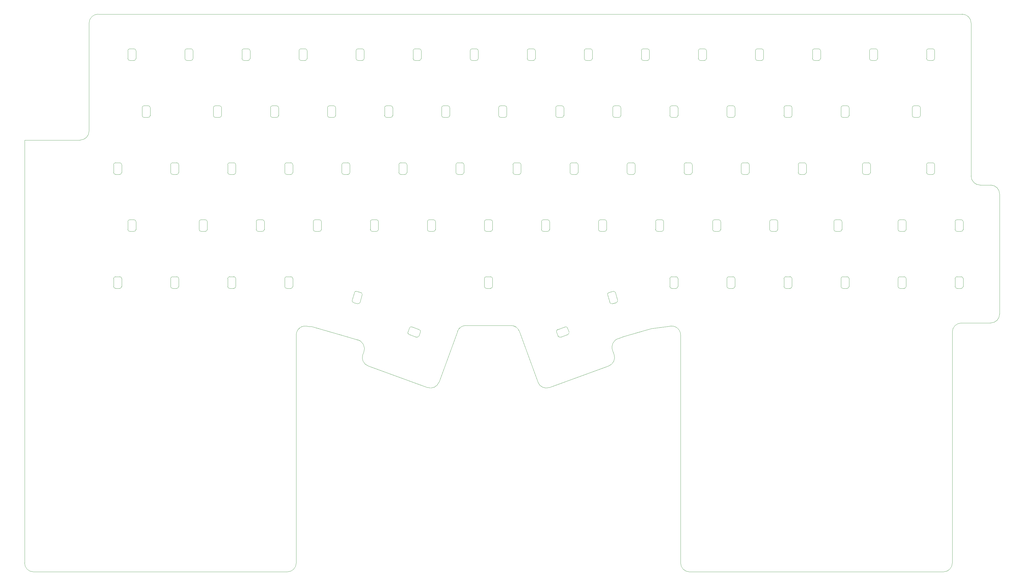
<source format=gm1>
G04 #@! TF.GenerationSoftware,KiCad,Pcbnew,(6.0.7-1)-1*
G04 #@! TF.CreationDate,2022-08-16T19:59:20+02:00*
G04 #@! TF.ProjectId,optical-keyboard-mx,6f707469-6361-46c2-9d6b-6579626f6172,rev?*
G04 #@! TF.SameCoordinates,Original*
G04 #@! TF.FileFunction,Profile,NP*
%FSLAX46Y46*%
G04 Gerber Fmt 4.6, Leading zero omitted, Abs format (unit mm)*
G04 Created by KiCad (PCBNEW (6.0.7-1)-1) date 2022-08-16 19:59:20*
%MOMM*%
%LPD*%
G01*
G04 APERTURE LIST*
G04 #@! TA.AperFunction,Profile*
%ADD10C,0.100000*%
G04 #@! TD*
G04 #@! TA.AperFunction,Profile*
%ADD11C,0.120000*%
G04 #@! TD*
G04 APERTURE END LIST*
D10*
X292250000Y-169500000D02*
X292250000Y-116500000D01*
X121282341Y-109215814D02*
X127438703Y-92301347D01*
X177796342Y-103826408D02*
X158062797Y-111008831D01*
X295250000Y-89500000D02*
G75*
G03*
X292250000Y-92500000I0J-3000000D01*
G01*
X201750000Y-169500000D02*
G75*
G03*
X204750000Y-172500000I3000000J0D01*
G01*
X177796325Y-103826361D02*
G75*
G03*
X179589359Y-99981269I-1026025J2819061D01*
G01*
X305000000Y-43500000D02*
X301500000Y-43500000D01*
X204750000Y-172500000D02*
X289250000Y-172500000D01*
X73750000Y-169500000D02*
X73750000Y-116500000D01*
X73750000Y-113500000D02*
X73750000Y-93500000D01*
X77576912Y-90616215D02*
G75*
G03*
X73750000Y-93500000I-826912J-2883785D01*
G01*
X73750000Y-116500000D02*
X73750000Y-113500000D01*
X1750000Y-28500000D02*
X-16750000Y-28500000D01*
X70750000Y-172500000D02*
G75*
G03*
X73750000Y-169500000I0J3000000D01*
G01*
X4750000Y10500000D02*
X4750000Y-25500000D01*
X78888913Y-90703839D02*
X77870000Y-90710000D01*
X289250000Y-172500000D02*
G75*
G03*
X292250000Y-169500000I0J3000000D01*
G01*
X298500000Y-40500000D02*
X298500000Y10500000D01*
X181068495Y-94661886D02*
X182821104Y-93977032D01*
X292250000Y-113500000D02*
X292250000Y-92500000D01*
X130257781Y-90327407D02*
X145242218Y-90327407D01*
X182821104Y-93977032D02*
X191953090Y-91358478D01*
X154217658Y-109215814D02*
X148061296Y-92301347D01*
X201750000Y-93500000D02*
G75*
G03*
X197923088Y-90616215I-3000000J0D01*
G01*
X-16750000Y-113500000D02*
X-16750000Y-116500000D01*
X181068507Y-94661927D02*
G75*
G03*
X179076329Y-98571731I826893J-2883773D01*
G01*
X201750000Y-116500000D02*
X201750000Y-113500000D01*
X130257781Y-90327385D02*
G75*
G03*
X127438703Y-92301347I19J-3000015D01*
G01*
X201750000Y-116500000D02*
X201750000Y-169500000D01*
X97703657Y-103826408D02*
X117437202Y-111008831D01*
X298500000Y10500000D02*
G75*
G03*
X295500000Y13500000I-3000000J0D01*
G01*
X96252651Y-99041574D02*
G75*
G03*
X94260494Y-95131732I-2819051J1026074D01*
G01*
X95910594Y-99981252D02*
G75*
G03*
X97703657Y-103826408I2819106J-1026048D01*
G01*
X292250000Y-116500000D02*
X292250000Y-113500000D01*
X7750000Y13500000D02*
G75*
G03*
X4750000Y10500000I0J-3000000D01*
G01*
X-13750000Y-172500000D02*
X70750000Y-172500000D01*
X-16750000Y-28500000D02*
X-16750000Y-113500000D01*
X154217641Y-109215820D02*
G75*
G03*
X158062797Y-111008831I2819059J1026020D01*
G01*
X78888913Y-90703839D02*
X90303895Y-93977032D01*
X305000000Y-89500000D02*
G75*
G03*
X308000000Y-86500000I0J3000000D01*
G01*
X117437209Y-111008812D02*
G75*
G03*
X121282341Y-109215814I1026091J2819012D01*
G01*
X77576912Y-90616215D02*
X77870000Y-90710000D01*
X-16750000Y-169500000D02*
G75*
G03*
X-13750000Y-172500000I3000001J1D01*
G01*
X295250000Y-89500000D02*
X305000000Y-89500000D01*
X308000000Y-46500000D02*
G75*
G03*
X305000000Y-43500000I-3000000J0D01*
G01*
X7750000Y13500000D02*
X295500000Y13500000D01*
X201750000Y-93500000D02*
X201750000Y-113500000D01*
X95910640Y-99981270D02*
X96252660Y-99041577D01*
X148061276Y-92301354D02*
G75*
G03*
X145242218Y-90327407I-2819076J-1026046D01*
G01*
X90303895Y-93977032D02*
X94260494Y-95131732D01*
X308000000Y-86500000D02*
X308000000Y-46500000D01*
X191953090Y-91358478D02*
X197923088Y-90616215D01*
X298500000Y-40500000D02*
G75*
G03*
X301500000Y-43500000I3000000J0D01*
G01*
X-16750000Y-116500000D02*
X-16750000Y-169500000D01*
X1750000Y-28500000D02*
G75*
G03*
X4750000Y-25500000I0J3000000D01*
G01*
X179589359Y-99981270D02*
X179076329Y-98571731D01*
D11*
X262275000Y-39300000D02*
X262275000Y-36700000D01*
X262925000Y-36050000D02*
X264325000Y-36050000D01*
X264975000Y-36700000D02*
X264975000Y-39300000D01*
X264325000Y-39950000D02*
X262925000Y-39950000D01*
X262275000Y-39300000D02*
G75*
G03*
X262925000Y-39950000I650001J1D01*
G01*
X264325000Y-39950000D02*
G75*
G03*
X264975000Y-39300000I0J650000D01*
G01*
X264975000Y-36700000D02*
G75*
G03*
X264325000Y-36050000I-650000J0D01*
G01*
X262925000Y-36050000D02*
G75*
G03*
X262275000Y-36700000I1J-650001D01*
G01*
X46800000Y-17050000D02*
X48200000Y-17050000D01*
X48850000Y-17700000D02*
X48850000Y-20300000D01*
X46150000Y-20300000D02*
X46150000Y-17700000D01*
X48200000Y-20950000D02*
X46800000Y-20950000D01*
X48200000Y-20950000D02*
G75*
G03*
X48850000Y-20300000I0J650000D01*
G01*
X46800000Y-17050000D02*
G75*
G03*
X46150000Y-17700000I1J-650001D01*
G01*
X46150000Y-20300000D02*
G75*
G03*
X46800000Y-20950000I650001J1D01*
G01*
X48850000Y-17700000D02*
G75*
G03*
X48200000Y-17050000I-650000J0D01*
G01*
X255150000Y-20300000D02*
X255150000Y-17700000D01*
X257850000Y-17700000D02*
X257850000Y-20300000D01*
X255800000Y-17050000D02*
X257200000Y-17050000D01*
X257200000Y-20950000D02*
X255800000Y-20950000D01*
X257850000Y-17700000D02*
G75*
G03*
X257200000Y-17050000I-650000J0D01*
G01*
X257200000Y-20950000D02*
G75*
G03*
X257850000Y-20300000I0J650000D01*
G01*
X255150000Y-20300000D02*
G75*
G03*
X255800000Y-20950000I650001J1D01*
G01*
X255800000Y-17050000D02*
G75*
G03*
X255150000Y-17700000I1J-650001D01*
G01*
X63100000Y-55700000D02*
X63100000Y-58300000D01*
X61050000Y-55050000D02*
X62450000Y-55050000D01*
X62450000Y-58950000D02*
X61050000Y-58950000D01*
X60400000Y-58300000D02*
X60400000Y-55700000D01*
X63100000Y-55700000D02*
G75*
G03*
X62450000Y-55050000I-650000J0D01*
G01*
X61050000Y-55050000D02*
G75*
G03*
X60400000Y-55700000I1J-650001D01*
G01*
X60400000Y-58300000D02*
G75*
G03*
X61050000Y-58950000I650001J1D01*
G01*
X62450000Y-58950000D02*
G75*
G03*
X63100000Y-58300000I0J650000D01*
G01*
X175050000Y-55050000D02*
X176450000Y-55050000D01*
X176450000Y-58950000D02*
X175050000Y-58950000D01*
X174400000Y-58300000D02*
X174400000Y-55700000D01*
X177100000Y-55700000D02*
X177100000Y-58300000D01*
X174400000Y-58300000D02*
G75*
G03*
X175050000Y-58950000I650001J1D01*
G01*
X177100000Y-55700000D02*
G75*
G03*
X176450000Y-55050000I-650000J0D01*
G01*
X176450000Y-58950000D02*
G75*
G03*
X177100000Y-58300000I0J650000D01*
G01*
X175050000Y-55050000D02*
G75*
G03*
X174400000Y-55700000I1J-650001D01*
G01*
X160150000Y-20300000D02*
X160150000Y-17700000D01*
X162200000Y-20950000D02*
X160800000Y-20950000D01*
X162850000Y-17700000D02*
X162850000Y-20300000D01*
X160800000Y-17050000D02*
X162200000Y-17050000D01*
X160150000Y-20300000D02*
G75*
G03*
X160800000Y-20950000I650001J1D01*
G01*
X162200000Y-20950000D02*
G75*
G03*
X162850000Y-20300000I0J650000D01*
G01*
X160800000Y-17050000D02*
G75*
G03*
X160150000Y-17700000I1J-650001D01*
G01*
X162850000Y-17700000D02*
G75*
G03*
X162200000Y-17050000I-650000J0D01*
G01*
X158100000Y-55700000D02*
X158100000Y-58300000D01*
X157450000Y-58950000D02*
X156050000Y-58950000D01*
X155400000Y-58300000D02*
X155400000Y-55700000D01*
X156050000Y-55050000D02*
X157450000Y-55050000D01*
X156050000Y-55050000D02*
G75*
G03*
X155400000Y-55700000I1J-650001D01*
G01*
X155400000Y-58300000D02*
G75*
G03*
X156050000Y-58950000I650001J1D01*
G01*
X158100000Y-55700000D02*
G75*
G03*
X157450000Y-55050000I-650000J0D01*
G01*
X157450000Y-58950000D02*
G75*
G03*
X158100000Y-58300000I0J650000D01*
G01*
X200200000Y-20950000D02*
X198800000Y-20950000D01*
X198150000Y-20300000D02*
X198150000Y-17700000D01*
X200850000Y-17700000D02*
X200850000Y-20300000D01*
X198800000Y-17050000D02*
X200200000Y-17050000D01*
X200850000Y-17700000D02*
G75*
G03*
X200200000Y-17050000I-650000J0D01*
G01*
X198150000Y-20300000D02*
G75*
G03*
X198800000Y-20950000I650001J1D01*
G01*
X198800000Y-17050000D02*
G75*
G03*
X198150000Y-17700000I1J-650001D01*
G01*
X200200000Y-20950000D02*
G75*
G03*
X200850000Y-20300000I0J650000D01*
G01*
X108550000Y-36050000D02*
X109950000Y-36050000D01*
X107900000Y-39300000D02*
X107900000Y-36700000D01*
X109950000Y-39950000D02*
X108550000Y-39950000D01*
X110600000Y-36700000D02*
X110600000Y-39300000D01*
X108550000Y-36050000D02*
G75*
G03*
X107900000Y-36700000I1J-650001D01*
G01*
X107900000Y-39300000D02*
G75*
G03*
X108550000Y-39950000I650001J1D01*
G01*
X109950000Y-39950000D02*
G75*
G03*
X110600000Y-39300000I0J650000D01*
G01*
X110600000Y-36700000D02*
G75*
G03*
X109950000Y-36050000I-650000J0D01*
G01*
X103800000Y-17050000D02*
X105200000Y-17050000D01*
X103150000Y-20300000D02*
X103150000Y-17700000D01*
X105200000Y-20950000D02*
X103800000Y-20950000D01*
X105850000Y-17700000D02*
X105850000Y-20300000D01*
X105200000Y-20950000D02*
G75*
G03*
X105850000Y-20300000I0J650000D01*
G01*
X103150000Y-20300000D02*
G75*
G03*
X103800000Y-20950000I650001J1D01*
G01*
X105850000Y-17700000D02*
G75*
G03*
X105200000Y-17050000I-650000J0D01*
G01*
X103800000Y-17050000D02*
G75*
G03*
X103150000Y-17700000I1J-650001D01*
G01*
X181850000Y-17700000D02*
X181850000Y-20300000D01*
X181200000Y-20950000D02*
X179800000Y-20950000D01*
X179150000Y-20300000D02*
X179150000Y-17700000D01*
X179800000Y-17050000D02*
X181200000Y-17050000D01*
X179800000Y-17050000D02*
G75*
G03*
X179150000Y-17700000I1J-650001D01*
G01*
X181200000Y-20950000D02*
G75*
G03*
X181850000Y-20300000I0J650000D01*
G01*
X181850000Y-17700000D02*
G75*
G03*
X181200000Y-17050000I-650000J0D01*
G01*
X179150000Y-20300000D02*
G75*
G03*
X179800000Y-20950000I650001J1D01*
G01*
X180039375Y-79378249D02*
X180756032Y-81877530D01*
X180310376Y-82681514D02*
X178964610Y-83067406D01*
X178160625Y-82621751D02*
X177443968Y-80122470D01*
X177889624Y-79318486D02*
X179235390Y-78932594D01*
X178160625Y-82621751D02*
G75*
G03*
X178964610Y-83067406I624821J179166D01*
G01*
X180039375Y-79378249D02*
G75*
G03*
X179235390Y-78932594I-624820J-179165D01*
G01*
X180310376Y-82681514D02*
G75*
G03*
X180756032Y-81877530I-179164J624820D01*
G01*
X177889624Y-79318486D02*
G75*
G03*
X177443968Y-80122470I179165J-624821D01*
G01*
X274150000Y-58300000D02*
X274150000Y-55700000D01*
X274800000Y-55050000D02*
X276200000Y-55050000D01*
X276200000Y-58950000D02*
X274800000Y-58950000D01*
X276850000Y-55700000D02*
X276850000Y-58300000D01*
X274800000Y-55050000D02*
G75*
G03*
X274150000Y-55700000I1J-650001D01*
G01*
X276850000Y-55700000D02*
G75*
G03*
X276200000Y-55050000I-650000J0D01*
G01*
X276200000Y-58950000D02*
G75*
G03*
X276850000Y-58300000I0J650000D01*
G01*
X274150000Y-58300000D02*
G75*
G03*
X274800000Y-58950000I650001J1D01*
G01*
X152700000Y-1950000D02*
X151300000Y-1950000D01*
X151300000Y1950000D02*
X152700000Y1950000D01*
X153350000Y1300000D02*
X153350000Y-1300000D01*
X150650000Y-1300000D02*
X150650000Y1300000D01*
X152700000Y-1950000D02*
G75*
G03*
X153350000Y-1300000I0J650000D01*
G01*
X153350000Y1300000D02*
G75*
G03*
X152700000Y1950000I-650000J0D01*
G01*
X150650000Y-1300000D02*
G75*
G03*
X151300000Y-1950000I650001J1D01*
G01*
X151300000Y1950000D02*
G75*
G03*
X150650000Y1300000I1J-650001D01*
G01*
X209700000Y-1950000D02*
X208300000Y-1950000D01*
X210350000Y1300000D02*
X210350000Y-1300000D01*
X207650000Y-1300000D02*
X207650000Y1300000D01*
X208300000Y1950000D02*
X209700000Y1950000D01*
X209700000Y-1950000D02*
G75*
G03*
X210350000Y-1300000I0J650000D01*
G01*
X208300000Y1950000D02*
G75*
G03*
X207650000Y1300000I1J-650001D01*
G01*
X207650000Y-1300000D02*
G75*
G03*
X208300000Y-1950000I650001J1D01*
G01*
X210350000Y1300000D02*
G75*
G03*
X209700000Y1950000I-650000J0D01*
G01*
X194050000Y-55050000D02*
X195450000Y-55050000D01*
X193400000Y-58300000D02*
X193400000Y-55700000D01*
X195450000Y-58950000D02*
X194050000Y-58950000D01*
X196100000Y-55700000D02*
X196100000Y-58300000D01*
X194050000Y-55050000D02*
G75*
G03*
X193400000Y-55700000I1J-650001D01*
G01*
X193400000Y-58300000D02*
G75*
G03*
X194050000Y-58950000I650001J1D01*
G01*
X196100000Y-55700000D02*
G75*
G03*
X195450000Y-55050000I-650000J0D01*
G01*
X195450000Y-58950000D02*
G75*
G03*
X196100000Y-58300000I0J650000D01*
G01*
X50900000Y-39300000D02*
X50900000Y-36700000D01*
X52950000Y-39950000D02*
X51550000Y-39950000D01*
X51550000Y-36050000D02*
X52950000Y-36050000D01*
X53600000Y-36700000D02*
X53600000Y-39300000D01*
X53600000Y-36700000D02*
G75*
G03*
X52950000Y-36050000I-650000J0D01*
G01*
X51550000Y-36050000D02*
G75*
G03*
X50900000Y-36700000I1J-650001D01*
G01*
X52950000Y-39950000D02*
G75*
G03*
X53600000Y-39300000I0J650000D01*
G01*
X50900000Y-39300000D02*
G75*
G03*
X51550000Y-39950000I650001J1D01*
G01*
X280950000Y-20950000D02*
X279550000Y-20950000D01*
X281600000Y-17700000D02*
X281600000Y-20300000D01*
X278900000Y-20300000D02*
X278900000Y-17700000D01*
X279550000Y-17050000D02*
X280950000Y-17050000D01*
X279550000Y-17050000D02*
G75*
G03*
X278900000Y-17700000I1J-650001D01*
G01*
X280950000Y-20950000D02*
G75*
G03*
X281600000Y-20300000I0J650000D01*
G01*
X281600000Y-17700000D02*
G75*
G03*
X280950000Y-17050000I-650000J0D01*
G01*
X278900000Y-20300000D02*
G75*
G03*
X279550000Y-20950000I650001J1D01*
G01*
X101100000Y-55700000D02*
X101100000Y-58300000D01*
X99050000Y-55050000D02*
X100450000Y-55050000D01*
X100450000Y-58950000D02*
X99050000Y-58950000D01*
X98400000Y-58300000D02*
X98400000Y-55700000D01*
X100450000Y-58950000D02*
G75*
G03*
X101100000Y-58300000I0J650000D01*
G01*
X101100000Y-55700000D02*
G75*
G03*
X100450000Y-55050000I-650000J0D01*
G01*
X99050000Y-55050000D02*
G75*
G03*
X98400000Y-55700000I1J-650001D01*
G01*
X98400000Y-58300000D02*
G75*
G03*
X99050000Y-58950000I650001J1D01*
G01*
X217150000Y-20300000D02*
X217150000Y-17700000D01*
X219850000Y-17700000D02*
X219850000Y-20300000D01*
X217800000Y-17050000D02*
X219200000Y-17050000D01*
X219200000Y-20950000D02*
X217800000Y-20950000D01*
X217150000Y-20300000D02*
G75*
G03*
X217800000Y-20950000I650001J1D01*
G01*
X219200000Y-20950000D02*
G75*
G03*
X219850000Y-20300000I0J650000D01*
G01*
X219850000Y-17700000D02*
G75*
G03*
X219200000Y-17050000I-650000J0D01*
G01*
X217800000Y-17050000D02*
G75*
G03*
X217150000Y-17700000I1J-650001D01*
G01*
X228700000Y-1950000D02*
X227300000Y-1950000D01*
X226650000Y-1300000D02*
X226650000Y1300000D01*
X229350000Y1300000D02*
X229350000Y-1300000D01*
X227300000Y1950000D02*
X228700000Y1950000D01*
X228700000Y-1950000D02*
G75*
G03*
X229350000Y-1300000I0J650000D01*
G01*
X227300000Y1950000D02*
G75*
G03*
X226650000Y1300000I1J-650001D01*
G01*
X229350000Y1300000D02*
G75*
G03*
X228700000Y1950000I-650000J0D01*
G01*
X226650000Y-1300000D02*
G75*
G03*
X227300000Y-1950000I650001J1D01*
G01*
X255150000Y-77300000D02*
X255150000Y-74700000D01*
X255800000Y-74050000D02*
X257200000Y-74050000D01*
X257850000Y-74700000D02*
X257850000Y-77300000D01*
X257200000Y-77950000D02*
X255800000Y-77950000D01*
X257200000Y-77950000D02*
G75*
G03*
X257850000Y-77300000I0J650000D01*
G01*
X255150000Y-77300000D02*
G75*
G03*
X255800000Y-77950000I650001J1D01*
G01*
X257850000Y-74700000D02*
G75*
G03*
X257200000Y-74050000I-650000J0D01*
G01*
X255800000Y-74050000D02*
G75*
G03*
X255150000Y-74700000I1J-650001D01*
G01*
X276200000Y-77950000D02*
X274800000Y-77950000D01*
X274800000Y-74050000D02*
X276200000Y-74050000D01*
X276850000Y-74700000D02*
X276850000Y-77300000D01*
X274150000Y-77300000D02*
X274150000Y-74700000D01*
X276850000Y-74700000D02*
G75*
G03*
X276200000Y-74050000I-650000J0D01*
G01*
X276200000Y-77950000D02*
G75*
G03*
X276850000Y-77300000I0J650000D01*
G01*
X274150000Y-77300000D02*
G75*
G03*
X274800000Y-77950000I650001J1D01*
G01*
X274800000Y-74050000D02*
G75*
G03*
X274150000Y-74700000I1J-650001D01*
G01*
X33950000Y-77950000D02*
X32550000Y-77950000D01*
X31900000Y-77300000D02*
X31900000Y-74700000D01*
X32550000Y-74050000D02*
X33950000Y-74050000D01*
X34600000Y-74700000D02*
X34600000Y-77300000D01*
X32550000Y-74050000D02*
G75*
G03*
X31900000Y-74700000I1J-650001D01*
G01*
X33950000Y-77950000D02*
G75*
G03*
X34600000Y-77300000I0J650000D01*
G01*
X34600000Y-74700000D02*
G75*
G03*
X33950000Y-74050000I-650000J0D01*
G01*
X31900000Y-77300000D02*
G75*
G03*
X32550000Y-77950000I650001J1D01*
G01*
X90950000Y-39950000D02*
X89550000Y-39950000D01*
X91600000Y-36700000D02*
X91600000Y-39300000D01*
X88900000Y-39300000D02*
X88900000Y-36700000D01*
X89550000Y-36050000D02*
X90950000Y-36050000D01*
X89550000Y-36050000D02*
G75*
G03*
X88900000Y-36700000I1J-650001D01*
G01*
X91600000Y-36700000D02*
G75*
G03*
X90950000Y-36050000I-650000J0D01*
G01*
X90950000Y-39950000D02*
G75*
G03*
X91600000Y-39300000I0J650000D01*
G01*
X88900000Y-39300000D02*
G75*
G03*
X89550000Y-39950000I650001J1D01*
G01*
X236150000Y-20300000D02*
X236150000Y-17700000D01*
X238850000Y-17700000D02*
X238850000Y-20300000D01*
X236800000Y-17050000D02*
X238200000Y-17050000D01*
X238200000Y-20950000D02*
X236800000Y-20950000D01*
X236800000Y-17050000D02*
G75*
G03*
X236150000Y-17700000I1J-650001D01*
G01*
X238850000Y-17700000D02*
G75*
G03*
X238200000Y-17050000I-650000J0D01*
G01*
X236150000Y-20300000D02*
G75*
G03*
X236800000Y-20950000I650001J1D01*
G01*
X238200000Y-20950000D02*
G75*
G03*
X238850000Y-20300000I0J650000D01*
G01*
X12900000Y-77300000D02*
X12900000Y-74700000D01*
X14950000Y-77950000D02*
X13550000Y-77950000D01*
X13550000Y-74050000D02*
X14950000Y-74050000D01*
X15600000Y-74700000D02*
X15600000Y-77300000D01*
X13550000Y-74050000D02*
G75*
G03*
X12900000Y-74700000I1J-650001D01*
G01*
X12900000Y-77300000D02*
G75*
G03*
X13550000Y-77950000I650001J1D01*
G01*
X14950000Y-77950000D02*
G75*
G03*
X15600000Y-77300000I0J650000D01*
G01*
X15600000Y-74700000D02*
G75*
G03*
X14950000Y-74050000I-650000J0D01*
G01*
X293800000Y-74050000D02*
X295200000Y-74050000D01*
X293150000Y-77300000D02*
X293150000Y-74700000D01*
X295850000Y-74700000D02*
X295850000Y-77300000D01*
X295200000Y-77950000D02*
X293800000Y-77950000D01*
X293150000Y-77300000D02*
G75*
G03*
X293800000Y-77950000I650001J1D01*
G01*
X295850000Y-74700000D02*
G75*
G03*
X295200000Y-74050000I-650000J0D01*
G01*
X293800000Y-74050000D02*
G75*
G03*
X293150000Y-74700000I1J-650001D01*
G01*
X295200000Y-77950000D02*
G75*
G03*
X295850000Y-77300000I0J650000D01*
G01*
X133700000Y-1950000D02*
X132300000Y-1950000D01*
X131650000Y-1300000D02*
X131650000Y1300000D01*
X132300000Y1950000D02*
X133700000Y1950000D01*
X134350000Y1300000D02*
X134350000Y-1300000D01*
X134350000Y1300000D02*
G75*
G03*
X133700000Y1950000I-650000J0D01*
G01*
X131650000Y-1300000D02*
G75*
G03*
X132300000Y-1950000I650001J1D01*
G01*
X133700000Y-1950000D02*
G75*
G03*
X134350000Y-1300000I0J650000D01*
G01*
X132300000Y1950000D02*
G75*
G03*
X131650000Y1300000I1J-650001D01*
G01*
X219200000Y-77950000D02*
X217800000Y-77950000D01*
X217150000Y-77300000D02*
X217150000Y-74700000D01*
X217800000Y-74050000D02*
X219200000Y-74050000D01*
X219850000Y-74700000D02*
X219850000Y-77300000D01*
X219200000Y-77950000D02*
G75*
G03*
X219850000Y-77300000I0J650000D01*
G01*
X217150000Y-77300000D02*
G75*
G03*
X217800000Y-77950000I650001J1D01*
G01*
X219850000Y-74700000D02*
G75*
G03*
X219200000Y-74050000I-650000J0D01*
G01*
X217800000Y-74050000D02*
G75*
G03*
X217150000Y-74700000I1J-650001D01*
G01*
X82100000Y-55700000D02*
X82100000Y-58300000D01*
X80050000Y-55050000D02*
X81450000Y-55050000D01*
X81450000Y-58950000D02*
X80050000Y-58950000D01*
X79400000Y-58300000D02*
X79400000Y-55700000D01*
X81450000Y-58950000D02*
G75*
G03*
X82100000Y-58300000I0J650000D01*
G01*
X82100000Y-55700000D02*
G75*
G03*
X81450000Y-55050000I-650000J0D01*
G01*
X79400000Y-58300000D02*
G75*
G03*
X80050000Y-58950000I650001J1D01*
G01*
X80050000Y-55050000D02*
G75*
G03*
X79400000Y-55700000I1J-650001D01*
G01*
X86200000Y-20950000D02*
X84800000Y-20950000D01*
X86850000Y-17700000D02*
X86850000Y-20300000D01*
X84150000Y-20300000D02*
X84150000Y-17700000D01*
X84800000Y-17050000D02*
X86200000Y-17050000D01*
X84800000Y-17050000D02*
G75*
G03*
X84150000Y-17700000I1J-650001D01*
G01*
X86200000Y-20950000D02*
G75*
G03*
X86850000Y-20300000I0J650000D01*
G01*
X86850000Y-17700000D02*
G75*
G03*
X86200000Y-17050000I-650000J0D01*
G01*
X84150000Y-20300000D02*
G75*
G03*
X84800000Y-20950000I650001J1D01*
G01*
X14950000Y-39950000D02*
X13550000Y-39950000D01*
X13550000Y-36050000D02*
X14950000Y-36050000D01*
X15600000Y-36700000D02*
X15600000Y-39300000D01*
X12900000Y-39300000D02*
X12900000Y-36700000D01*
X15600000Y-36700000D02*
G75*
G03*
X14950000Y-36050000I-650000J0D01*
G01*
X13550000Y-36050000D02*
G75*
G03*
X12900000Y-36700000I1J-650001D01*
G01*
X14950000Y-39950000D02*
G75*
G03*
X15600000Y-39300000I0J650000D01*
G01*
X12900000Y-39300000D02*
G75*
G03*
X13550000Y-39950000I650001J1D01*
G01*
X70550000Y-74050000D02*
X71950000Y-74050000D01*
X69900000Y-77300000D02*
X69900000Y-74700000D01*
X72600000Y-74700000D02*
X72600000Y-77300000D01*
X71950000Y-77950000D02*
X70550000Y-77950000D01*
X70550000Y-74050000D02*
G75*
G03*
X69900000Y-74700000I1J-650001D01*
G01*
X72600000Y-74700000D02*
G75*
G03*
X71950000Y-74050000I-650000J0D01*
G01*
X69900000Y-77300000D02*
G75*
G03*
X70550000Y-77950000I650001J1D01*
G01*
X71950000Y-77950000D02*
G75*
G03*
X72600000Y-77300000I0J650000D01*
G01*
X204950000Y-39950000D02*
X203550000Y-39950000D01*
X205600000Y-36700000D02*
X205600000Y-39300000D01*
X203550000Y-36050000D02*
X204950000Y-36050000D01*
X202900000Y-39300000D02*
X202900000Y-36700000D01*
X205600000Y-36700000D02*
G75*
G03*
X204950000Y-36050000I-650000J0D01*
G01*
X203550000Y-36050000D02*
G75*
G03*
X202900000Y-36700000I1J-650001D01*
G01*
X202900000Y-39300000D02*
G75*
G03*
X203550000Y-39950000I650001J1D01*
G01*
X204950000Y-39950000D02*
G75*
G03*
X205600000Y-39300000I0J650000D01*
G01*
X113300000Y1950000D02*
X114700000Y1950000D01*
X114700000Y-1950000D02*
X113300000Y-1950000D01*
X115350000Y1300000D02*
X115350000Y-1300000D01*
X112650000Y-1300000D02*
X112650000Y1300000D01*
X112650000Y-1300000D02*
G75*
G03*
X113300000Y-1950000I650001J1D01*
G01*
X114700000Y-1950000D02*
G75*
G03*
X115350000Y-1300000I0J650000D01*
G01*
X115350000Y1300000D02*
G75*
G03*
X114700000Y1950000I-650000J0D01*
G01*
X113300000Y1950000D02*
G75*
G03*
X112650000Y1300000I1J-650001D01*
G01*
X266700000Y-1950000D02*
X265300000Y-1950000D01*
X267350000Y1300000D02*
X267350000Y-1300000D01*
X264650000Y-1300000D02*
X264650000Y1300000D01*
X265300000Y1950000D02*
X266700000Y1950000D01*
X266700000Y-1950000D02*
G75*
G03*
X267350000Y-1300000I0J650000D01*
G01*
X265300000Y1950000D02*
G75*
G03*
X264650000Y1300000I1J-650001D01*
G01*
X267350000Y1300000D02*
G75*
G03*
X266700000Y1950000I-650000J0D01*
G01*
X264650000Y-1300000D02*
G75*
G03*
X265300000Y-1950000I650001J1D01*
G01*
X50900000Y-77300000D02*
X50900000Y-74700000D01*
X53600000Y-74700000D02*
X53600000Y-77300000D01*
X52950000Y-77950000D02*
X51550000Y-77950000D01*
X51550000Y-74050000D02*
X52950000Y-74050000D01*
X53600000Y-74700000D02*
G75*
G03*
X52950000Y-74050000I-650000J0D01*
G01*
X52950000Y-77950000D02*
G75*
G03*
X53600000Y-77300000I0J650000D01*
G01*
X51550000Y-74050000D02*
G75*
G03*
X50900000Y-74700000I1J-650001D01*
G01*
X50900000Y-77300000D02*
G75*
G03*
X51550000Y-77950000I650001J1D01*
G01*
X96350000Y1300000D02*
X96350000Y-1300000D01*
X94300000Y1950000D02*
X95700000Y1950000D01*
X95700000Y-1950000D02*
X94300000Y-1950000D01*
X93650000Y-1300000D02*
X93650000Y1300000D01*
X94300000Y1950000D02*
G75*
G03*
X93650000Y1300000I1J-650001D01*
G01*
X96350000Y1300000D02*
G75*
G03*
X95700000Y1950000I-650000J0D01*
G01*
X95700000Y-1950000D02*
G75*
G03*
X96350000Y-1300000I0J650000D01*
G01*
X93650000Y-1300000D02*
G75*
G03*
X94300000Y-1950000I650001J1D01*
G01*
X184550000Y-36050000D02*
X185950000Y-36050000D01*
X186600000Y-36700000D02*
X186600000Y-39300000D01*
X183900000Y-39300000D02*
X183900000Y-36700000D01*
X185950000Y-39950000D02*
X184550000Y-39950000D01*
X183900000Y-39300000D02*
G75*
G03*
X184550000Y-39950000I650001J1D01*
G01*
X186600000Y-36700000D02*
G75*
G03*
X185950000Y-36050000I-650000J0D01*
G01*
X184550000Y-36050000D02*
G75*
G03*
X183900000Y-36700000I1J-650001D01*
G01*
X185950000Y-39950000D02*
G75*
G03*
X186600000Y-39300000I0J650000D01*
G01*
X137050000Y-74050000D02*
X138450000Y-74050000D01*
X136400000Y-77300000D02*
X136400000Y-74700000D01*
X139100000Y-74700000D02*
X139100000Y-77300000D01*
X138450000Y-77950000D02*
X137050000Y-77950000D01*
X136400000Y-77300000D02*
G75*
G03*
X137050000Y-77950000I650001J1D01*
G01*
X137050000Y-74050000D02*
G75*
G03*
X136400000Y-74700000I1J-650001D01*
G01*
X139100000Y-74700000D02*
G75*
G03*
X138450000Y-74050000I-650000J0D01*
G01*
X138450000Y-77950000D02*
G75*
G03*
X139100000Y-77300000I0J650000D01*
G01*
X110928185Y-92490846D02*
X111407013Y-91175276D01*
X113759873Y-94213211D02*
X111316672Y-93323959D01*
X115071815Y-92509154D02*
X114592987Y-93824724D01*
X112240127Y-90786789D02*
X114683328Y-91676041D01*
X113759873Y-94213211D02*
G75*
G03*
X114592987Y-93824724I222313J610801D01*
G01*
X110928185Y-92490846D02*
G75*
G03*
X111316672Y-93323959I610800J-222313D01*
G01*
X112240127Y-90786788D02*
G75*
G03*
X111407013Y-91175276I-222313J-610801D01*
G01*
X115071815Y-92509154D02*
G75*
G03*
X114683328Y-91676041I-610800J222313D01*
G01*
X231400000Y-58300000D02*
X231400000Y-55700000D01*
X232050000Y-55050000D02*
X233450000Y-55050000D01*
X233450000Y-58950000D02*
X232050000Y-58950000D01*
X234100000Y-55700000D02*
X234100000Y-58300000D01*
X232050000Y-55050000D02*
G75*
G03*
X231400000Y-55700000I1J-650001D01*
G01*
X231400000Y-58300000D02*
G75*
G03*
X232050000Y-58950000I650001J1D01*
G01*
X233450000Y-58950000D02*
G75*
G03*
X234100000Y-58300000I0J650000D01*
G01*
X234100000Y-55700000D02*
G75*
G03*
X233450000Y-55050000I-650000J0D01*
G01*
X31900000Y-39300000D02*
X31900000Y-36700000D01*
X32550000Y-36050000D02*
X33950000Y-36050000D01*
X34600000Y-36700000D02*
X34600000Y-39300000D01*
X33950000Y-39950000D02*
X32550000Y-39950000D01*
X32550000Y-36050000D02*
G75*
G03*
X31900000Y-36700000I1J-650001D01*
G01*
X33950000Y-39950000D02*
G75*
G03*
X34600000Y-39300000I0J650000D01*
G01*
X31900000Y-39300000D02*
G75*
G03*
X32550000Y-39950000I650001J1D01*
G01*
X34600000Y-36700000D02*
G75*
G03*
X33950000Y-36050000I-650000J0D01*
G01*
X146550000Y-36050000D02*
X147950000Y-36050000D01*
X145900000Y-39300000D02*
X145900000Y-36700000D01*
X148600000Y-36700000D02*
X148600000Y-39300000D01*
X147950000Y-39950000D02*
X146550000Y-39950000D01*
X147950000Y-39950000D02*
G75*
G03*
X148600000Y-39300000I0J650000D01*
G01*
X148600000Y-36700000D02*
G75*
G03*
X147950000Y-36050000I-650000J0D01*
G01*
X146550000Y-36050000D02*
G75*
G03*
X145900000Y-36700000I1J-650001D01*
G01*
X145900000Y-39300000D02*
G75*
G03*
X146550000Y-39950000I650001J1D01*
G01*
X69900000Y-39300000D02*
X69900000Y-36700000D01*
X72600000Y-36700000D02*
X72600000Y-39300000D01*
X71950000Y-39950000D02*
X70550000Y-39950000D01*
X70550000Y-36050000D02*
X71950000Y-36050000D01*
X70550000Y-36050000D02*
G75*
G03*
X69900000Y-36700000I1J-650001D01*
G01*
X69900000Y-39300000D02*
G75*
G03*
X70550000Y-39950000I650001J1D01*
G01*
X71950000Y-39950000D02*
G75*
G03*
X72600000Y-39300000I0J650000D01*
G01*
X72600000Y-36700000D02*
G75*
G03*
X71950000Y-36050000I-650000J0D01*
G01*
X222550000Y-36050000D02*
X223950000Y-36050000D01*
X224600000Y-36700000D02*
X224600000Y-39300000D01*
X223950000Y-39950000D02*
X222550000Y-39950000D01*
X221900000Y-39300000D02*
X221900000Y-36700000D01*
X221900000Y-39300000D02*
G75*
G03*
X222550000Y-39950000I650001J1D01*
G01*
X222550000Y-36050000D02*
G75*
G03*
X221900000Y-36700000I1J-650001D01*
G01*
X223950000Y-39950000D02*
G75*
G03*
X224600000Y-39300000I0J650000D01*
G01*
X224600000Y-36700000D02*
G75*
G03*
X223950000Y-36050000I-650000J0D01*
G01*
X67850000Y-17700000D02*
X67850000Y-20300000D01*
X67200000Y-20950000D02*
X65800000Y-20950000D01*
X65150000Y-20300000D02*
X65150000Y-17700000D01*
X65800000Y-17050000D02*
X67200000Y-17050000D01*
X65800000Y-17050000D02*
G75*
G03*
X65150000Y-17700000I1J-650001D01*
G01*
X65150000Y-20300000D02*
G75*
G03*
X65800000Y-20950000I650001J1D01*
G01*
X67850000Y-17700000D02*
G75*
G03*
X67200000Y-17050000I-650000J0D01*
G01*
X67200000Y-20950000D02*
G75*
G03*
X67850000Y-20300000I0J650000D01*
G01*
X236800000Y-74050000D02*
X238200000Y-74050000D01*
X238850000Y-74700000D02*
X238850000Y-77300000D01*
X236150000Y-77300000D02*
X236150000Y-74700000D01*
X238200000Y-77950000D02*
X236800000Y-77950000D01*
X238200000Y-77950000D02*
G75*
G03*
X238850000Y-77300000I0J650000D01*
G01*
X236150000Y-77300000D02*
G75*
G03*
X236800000Y-77950000I650001J1D01*
G01*
X238850000Y-74700000D02*
G75*
G03*
X238200000Y-74050000I-650000J0D01*
G01*
X236800000Y-74050000D02*
G75*
G03*
X236150000Y-74700000I1J-650001D01*
G01*
X164900000Y-39300000D02*
X164900000Y-36700000D01*
X167600000Y-36700000D02*
X167600000Y-39300000D01*
X165550000Y-36050000D02*
X166950000Y-36050000D01*
X166950000Y-39950000D02*
X165550000Y-39950000D01*
X165550000Y-36050000D02*
G75*
G03*
X164900000Y-36700000I1J-650001D01*
G01*
X166950000Y-39950000D02*
G75*
G03*
X167600000Y-39300000I0J650000D01*
G01*
X164900000Y-39300000D02*
G75*
G03*
X165550000Y-39950000I650001J1D01*
G01*
X167600000Y-36700000D02*
G75*
G03*
X166950000Y-36050000I-650000J0D01*
G01*
X253425000Y-55050000D02*
X254825000Y-55050000D01*
X252775000Y-58300000D02*
X252775000Y-55700000D01*
X254825000Y-58950000D02*
X253425000Y-58950000D01*
X255475000Y-55700000D02*
X255475000Y-58300000D01*
X252775000Y-58300000D02*
G75*
G03*
X253425000Y-58950000I650001J1D01*
G01*
X254825000Y-58950000D02*
G75*
G03*
X255475000Y-58300000I0J650000D01*
G01*
X253425000Y-55050000D02*
G75*
G03*
X252775000Y-55700000I1J-650001D01*
G01*
X255475000Y-55700000D02*
G75*
G03*
X254825000Y-55050000I-650000J0D01*
G01*
X19700000Y-1950000D02*
X18300000Y-1950000D01*
X17650000Y-1300000D02*
X17650000Y1300000D01*
X18300000Y1950000D02*
X19700000Y1950000D01*
X20350000Y1300000D02*
X20350000Y-1300000D01*
X19700000Y-1950000D02*
G75*
G03*
X20350000Y-1300000I0J650000D01*
G01*
X18300000Y1950000D02*
G75*
G03*
X17650000Y1300000I1J-650001D01*
G01*
X20350000Y1300000D02*
G75*
G03*
X19700000Y1950000I-650000J0D01*
G01*
X17650000Y-1300000D02*
G75*
G03*
X18300000Y-1950000I650001J1D01*
G01*
X92368968Y-81877530D02*
X93085625Y-79378249D01*
X95681032Y-80122470D02*
X94964375Y-82621751D01*
X93889610Y-78932594D02*
X95235376Y-79318486D01*
X94160390Y-83067406D02*
X92814624Y-82681514D01*
X94160390Y-83067406D02*
G75*
G03*
X94964375Y-82621751I179165J624820D01*
G01*
X92368968Y-81877530D02*
G75*
G03*
X92814624Y-82681514I624821J-179163D01*
G01*
X95681032Y-80122470D02*
G75*
G03*
X95235376Y-79318486I-624820J179164D01*
G01*
X93889610Y-78932594D02*
G75*
G03*
X93085625Y-79378249I-179164J-624821D01*
G01*
X17650000Y-58300000D02*
X17650000Y-55700000D01*
X19700000Y-58950000D02*
X18300000Y-58950000D01*
X18300000Y-55050000D02*
X19700000Y-55050000D01*
X20350000Y-55700000D02*
X20350000Y-58300000D01*
X20350000Y-55700000D02*
G75*
G03*
X19700000Y-55050000I-650000J0D01*
G01*
X19700000Y-58950000D02*
G75*
G03*
X20350000Y-58300000I0J650000D01*
G01*
X17650000Y-58300000D02*
G75*
G03*
X18300000Y-58950000I650001J1D01*
G01*
X18300000Y-55050000D02*
G75*
G03*
X17650000Y-55700000I1J-650001D01*
G01*
X284300000Y-36050000D02*
X285700000Y-36050000D01*
X285700000Y-39950000D02*
X284300000Y-39950000D01*
X283650000Y-39300000D02*
X283650000Y-36700000D01*
X286350000Y-36700000D02*
X286350000Y-39300000D01*
X283650000Y-39300000D02*
G75*
G03*
X284300000Y-39950000I650001J1D01*
G01*
X285700000Y-39950000D02*
G75*
G03*
X286350000Y-39300000I0J650000D01*
G01*
X284300000Y-36050000D02*
G75*
G03*
X283650000Y-36700000I1J-650001D01*
G01*
X286350000Y-36700000D02*
G75*
G03*
X285700000Y-36050000I-650000J0D01*
G01*
X137050000Y-55050000D02*
X138450000Y-55050000D01*
X139100000Y-55700000D02*
X139100000Y-58300000D01*
X138450000Y-58950000D02*
X137050000Y-58950000D01*
X136400000Y-58300000D02*
X136400000Y-55700000D01*
X137050000Y-55050000D02*
G75*
G03*
X136400000Y-55700000I1J-650001D01*
G01*
X139100000Y-55700000D02*
G75*
G03*
X138450000Y-55050000I-650000J0D01*
G01*
X138450000Y-58950000D02*
G75*
G03*
X139100000Y-58300000I0J650000D01*
G01*
X136400000Y-58300000D02*
G75*
G03*
X137050000Y-58950000I650001J1D01*
G01*
X58350000Y1300000D02*
X58350000Y-1300000D01*
X56300000Y1950000D02*
X57700000Y1950000D01*
X55650000Y-1300000D02*
X55650000Y1300000D01*
X57700000Y-1950000D02*
X56300000Y-1950000D01*
X58350000Y1300000D02*
G75*
G03*
X57700000Y1950000I-650000J0D01*
G01*
X56300000Y1950000D02*
G75*
G03*
X55650000Y1300000I1J-650001D01*
G01*
X55650000Y-1300000D02*
G75*
G03*
X56300000Y-1950000I650001J1D01*
G01*
X57700000Y-1950000D02*
G75*
G03*
X58350000Y-1300000I0J650000D01*
G01*
X171700000Y-1950000D02*
X170300000Y-1950000D01*
X172350000Y1300000D02*
X172350000Y-1300000D01*
X169650000Y-1300000D02*
X169650000Y1300000D01*
X170300000Y1950000D02*
X171700000Y1950000D01*
X169650000Y-1300000D02*
G75*
G03*
X170300000Y-1950000I650001J1D01*
G01*
X171700000Y-1950000D02*
G75*
G03*
X172350000Y-1300000I0J650000D01*
G01*
X170300000Y1950000D02*
G75*
G03*
X169650000Y1300000I1J-650001D01*
G01*
X172350000Y1300000D02*
G75*
G03*
X171700000Y1950000I-650000J0D01*
G01*
X160816672Y-91676041D02*
X163259873Y-90786789D01*
X164183328Y-93323959D02*
X161740127Y-94213211D01*
X160907013Y-93824724D02*
X160428185Y-92509154D01*
X164092987Y-91175276D02*
X164571815Y-92490846D01*
X160907013Y-93824724D02*
G75*
G03*
X161740127Y-94213211I610801J222314D01*
G01*
X164183328Y-93323959D02*
G75*
G03*
X164571815Y-92490846I-222313J610800D01*
G01*
X164092986Y-91175276D02*
G75*
G03*
X163259873Y-90786789I-610800J-222313D01*
G01*
X160816672Y-91676041D02*
G75*
G03*
X160428185Y-92509154I222313J-610800D01*
G01*
X75300000Y1950000D02*
X76700000Y1950000D01*
X77350000Y1300000D02*
X77350000Y-1300000D01*
X76700000Y-1950000D02*
X75300000Y-1950000D01*
X74650000Y-1300000D02*
X74650000Y1300000D01*
X74650000Y-1300000D02*
G75*
G03*
X75300000Y-1950000I650001J1D01*
G01*
X77350000Y1300000D02*
G75*
G03*
X76700000Y1950000I-650000J0D01*
G01*
X76700000Y-1950000D02*
G75*
G03*
X77350000Y-1300000I0J650000D01*
G01*
X75300000Y1950000D02*
G75*
G03*
X74650000Y1300000I1J-650001D01*
G01*
X143200000Y-20950000D02*
X141800000Y-20950000D01*
X141150000Y-20300000D02*
X141150000Y-17700000D01*
X143850000Y-17700000D02*
X143850000Y-20300000D01*
X141800000Y-17050000D02*
X143200000Y-17050000D01*
X143200000Y-20950000D02*
G75*
G03*
X143850000Y-20300000I0J650000D01*
G01*
X141800000Y-17050000D02*
G75*
G03*
X141150000Y-17700000I1J-650001D01*
G01*
X141150000Y-20300000D02*
G75*
G03*
X141800000Y-20950000I650001J1D01*
G01*
X143850000Y-17700000D02*
G75*
G03*
X143200000Y-17050000I-650000J0D01*
G01*
X129600000Y-36700000D02*
X129600000Y-39300000D01*
X127550000Y-36050000D02*
X128950000Y-36050000D01*
X128950000Y-39950000D02*
X127550000Y-39950000D01*
X126900000Y-39300000D02*
X126900000Y-36700000D01*
X127550000Y-36050000D02*
G75*
G03*
X126900000Y-36700000I1J-650001D01*
G01*
X126900000Y-39300000D02*
G75*
G03*
X127550000Y-39950000I650001J1D01*
G01*
X129600000Y-36700000D02*
G75*
G03*
X128950000Y-36050000I-650000J0D01*
G01*
X128950000Y-39950000D02*
G75*
G03*
X129600000Y-39300000I0J650000D01*
G01*
X124850000Y-17700000D02*
X124850000Y-20300000D01*
X122800000Y-17050000D02*
X124200000Y-17050000D01*
X124200000Y-20950000D02*
X122800000Y-20950000D01*
X122150000Y-20300000D02*
X122150000Y-17700000D01*
X124200000Y-20950000D02*
G75*
G03*
X124850000Y-20300000I0J650000D01*
G01*
X122800000Y-17050000D02*
G75*
G03*
X122150000Y-17700000I1J-650001D01*
G01*
X124850000Y-17700000D02*
G75*
G03*
X124200000Y-17050000I-650000J0D01*
G01*
X122150000Y-20300000D02*
G75*
G03*
X122800000Y-20950000I650001J1D01*
G01*
X119450000Y-58950000D02*
X118050000Y-58950000D01*
X120100000Y-55700000D02*
X120100000Y-58300000D01*
X118050000Y-55050000D02*
X119450000Y-55050000D01*
X117400000Y-58300000D02*
X117400000Y-55700000D01*
X117400000Y-58300000D02*
G75*
G03*
X118050000Y-58950000I650001J1D01*
G01*
X120100000Y-55700000D02*
G75*
G03*
X119450000Y-55050000I-650000J0D01*
G01*
X119450000Y-58950000D02*
G75*
G03*
X120100000Y-58300000I0J650000D01*
G01*
X118050000Y-55050000D02*
G75*
G03*
X117400000Y-55700000I1J-650001D01*
G01*
X41400000Y-58300000D02*
X41400000Y-55700000D01*
X43450000Y-58950000D02*
X42050000Y-58950000D01*
X42050000Y-55050000D02*
X43450000Y-55050000D01*
X44100000Y-55700000D02*
X44100000Y-58300000D01*
X44100000Y-55700000D02*
G75*
G03*
X43450000Y-55050000I-650000J0D01*
G01*
X41400000Y-58300000D02*
G75*
G03*
X42050000Y-58950000I650001J1D01*
G01*
X42050000Y-55050000D02*
G75*
G03*
X41400000Y-55700000I1J-650001D01*
G01*
X43450000Y-58950000D02*
G75*
G03*
X44100000Y-58300000I0J650000D01*
G01*
X245650000Y-1300000D02*
X245650000Y1300000D01*
X246300000Y1950000D02*
X247700000Y1950000D01*
X247700000Y-1950000D02*
X246300000Y-1950000D01*
X248350000Y1300000D02*
X248350000Y-1300000D01*
X245650000Y-1300000D02*
G75*
G03*
X246300000Y-1950000I650001J1D01*
G01*
X247700000Y-1950000D02*
G75*
G03*
X248350000Y-1300000I0J650000D01*
G01*
X248350000Y1300000D02*
G75*
G03*
X247700000Y1950000I-650000J0D01*
G01*
X246300000Y1950000D02*
G75*
G03*
X245650000Y1300000I1J-650001D01*
G01*
X200200000Y-77950000D02*
X198800000Y-77950000D01*
X200850000Y-74700000D02*
X200850000Y-77300000D01*
X198800000Y-74050000D02*
X200200000Y-74050000D01*
X198150000Y-77300000D02*
X198150000Y-74700000D01*
X198150000Y-77300000D02*
G75*
G03*
X198800000Y-77950000I650001J1D01*
G01*
X198800000Y-74050000D02*
G75*
G03*
X198150000Y-74700000I1J-650001D01*
G01*
X200850000Y-74700000D02*
G75*
G03*
X200200000Y-74050000I-650000J0D01*
G01*
X200200000Y-77950000D02*
G75*
G03*
X200850000Y-77300000I0J650000D01*
G01*
X214450000Y-58950000D02*
X213050000Y-58950000D01*
X215100000Y-55700000D02*
X215100000Y-58300000D01*
X212400000Y-58300000D02*
X212400000Y-55700000D01*
X213050000Y-55050000D02*
X214450000Y-55050000D01*
X213050000Y-55050000D02*
G75*
G03*
X212400000Y-55700000I1J-650001D01*
G01*
X212400000Y-58300000D02*
G75*
G03*
X213050000Y-58950000I650001J1D01*
G01*
X214450000Y-58950000D02*
G75*
G03*
X215100000Y-58300000I0J650000D01*
G01*
X215100000Y-55700000D02*
G75*
G03*
X214450000Y-55050000I-650000J0D01*
G01*
X283650000Y-1300000D02*
X283650000Y1300000D01*
X285700000Y-1950000D02*
X284300000Y-1950000D01*
X284300000Y1950000D02*
X285700000Y1950000D01*
X286350000Y1300000D02*
X286350000Y-1300000D01*
X284300000Y1950000D02*
G75*
G03*
X283650000Y1300000I1J-650001D01*
G01*
X286350000Y1300000D02*
G75*
G03*
X285700000Y1950000I-650000J0D01*
G01*
X285700000Y-1950000D02*
G75*
G03*
X286350000Y-1300000I0J650000D01*
G01*
X283650000Y-1300000D02*
G75*
G03*
X284300000Y-1950000I650001J1D01*
G01*
X38700000Y-1950000D02*
X37300000Y-1950000D01*
X37300000Y1950000D02*
X38700000Y1950000D01*
X36650000Y-1300000D02*
X36650000Y1300000D01*
X39350000Y1300000D02*
X39350000Y-1300000D01*
X38700000Y-1950000D02*
G75*
G03*
X39350000Y-1300000I0J650000D01*
G01*
X36650000Y-1300000D02*
G75*
G03*
X37300000Y-1950000I650001J1D01*
G01*
X37300000Y1950000D02*
G75*
G03*
X36650000Y1300000I1J-650001D01*
G01*
X39350000Y1300000D02*
G75*
G03*
X38700000Y1950000I-650000J0D01*
G01*
X189300000Y1950000D02*
X190700000Y1950000D01*
X190700000Y-1950000D02*
X189300000Y-1950000D01*
X191350000Y1300000D02*
X191350000Y-1300000D01*
X188650000Y-1300000D02*
X188650000Y1300000D01*
X188650000Y-1300000D02*
G75*
G03*
X189300000Y-1950000I650001J1D01*
G01*
X191350000Y1300000D02*
G75*
G03*
X190700000Y1950000I-650000J0D01*
G01*
X190700000Y-1950000D02*
G75*
G03*
X191350000Y-1300000I0J650000D01*
G01*
X189300000Y1950000D02*
G75*
G03*
X188650000Y1300000I1J-650001D01*
G01*
X295200000Y-58950000D02*
X293800000Y-58950000D01*
X293150000Y-58300000D02*
X293150000Y-55700000D01*
X295850000Y-55700000D02*
X295850000Y-58300000D01*
X293800000Y-55050000D02*
X295200000Y-55050000D01*
X295850000Y-55700000D02*
G75*
G03*
X295200000Y-55050000I-650000J0D01*
G01*
X293800000Y-55050000D02*
G75*
G03*
X293150000Y-55700000I1J-650001D01*
G01*
X293150000Y-58300000D02*
G75*
G03*
X293800000Y-58950000I650001J1D01*
G01*
X295200000Y-58950000D02*
G75*
G03*
X295850000Y-58300000I0J650000D01*
G01*
X242950000Y-39950000D02*
X241550000Y-39950000D01*
X243600000Y-36700000D02*
X243600000Y-39300000D01*
X241550000Y-36050000D02*
X242950000Y-36050000D01*
X240900000Y-39300000D02*
X240900000Y-36700000D01*
X243600000Y-36700000D02*
G75*
G03*
X242950000Y-36050000I-650000J0D01*
G01*
X242950000Y-39950000D02*
G75*
G03*
X243600000Y-39300000I0J650000D01*
G01*
X241550000Y-36050000D02*
G75*
G03*
X240900000Y-36700000I1J-650001D01*
G01*
X240900000Y-39300000D02*
G75*
G03*
X241550000Y-39950000I650001J1D01*
G01*
X25100000Y-17700000D02*
X25100000Y-20300000D01*
X24450000Y-20950000D02*
X23050000Y-20950000D01*
X23050000Y-17050000D02*
X24450000Y-17050000D01*
X22400000Y-20300000D02*
X22400000Y-17700000D01*
X25100000Y-17700000D02*
G75*
G03*
X24450000Y-17050000I-650000J0D01*
G01*
X24450000Y-20950000D02*
G75*
G03*
X25100000Y-20300000I0J650000D01*
G01*
X22400000Y-20300000D02*
G75*
G03*
X23050000Y-20950000I650001J1D01*
G01*
X23050000Y-17050000D02*
G75*
G03*
X22400000Y-17700000I1J-650001D01*
G01*
M02*

</source>
